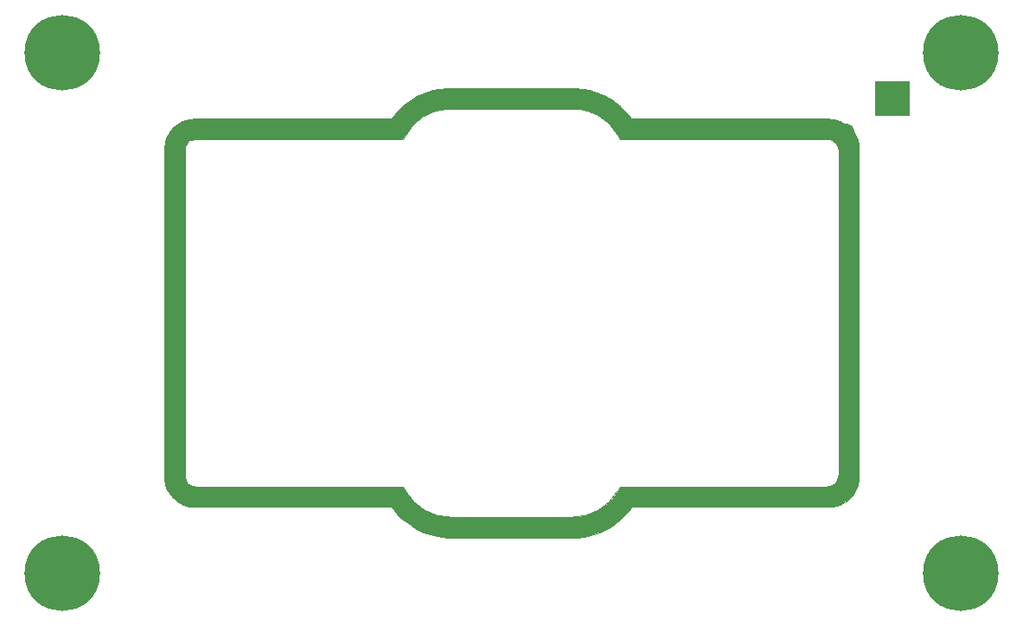
<source format=gbr>
G04 #@! TF.FileFunction,Soldermask,Top*
%FSLAX46Y46*%
G04 Gerber Fmt 4.6, Leading zero omitted, Abs format (unit mm)*
G04 Created by KiCad (PCBNEW 0.201603210401+6634~43~ubuntu14.04.1-product) date Mon 18 Apr 2016 03:28:45 PM CEST*
%MOMM*%
G01*
G04 APERTURE LIST*
%ADD10C,0.100000*%
%ADD11C,7.400000*%
%ADD12C,1.924000*%
%ADD13R,3.399740X3.399740*%
%ADD14C,0.010000*%
G04 APERTURE END LIST*
D10*
X69000000Y-117000000D02*
X89381198Y-117000000D01*
X89381198Y-117000000D02*
X89669873Y-117500000D01*
X94000000Y-120000000D02*
X106000000Y-120000000D01*
X131000000Y-117000000D02*
X110618802Y-117000000D01*
X110618802Y-117000000D02*
X110330127Y-117500000D01*
X131000000Y-83000000D02*
X110618802Y-83000000D01*
X132000000Y-84000000D02*
X132000000Y-116000000D01*
X110618802Y-83000000D02*
X110330127Y-82500000D01*
X69000000Y-83000000D02*
X89381198Y-83000000D01*
X69000000Y-81000000D02*
X88255437Y-81000000D01*
X94000000Y-78000000D02*
X106000000Y-78000000D01*
X131000000Y-81000000D02*
X111744563Y-81000000D01*
X134000000Y-84000000D02*
X134000000Y-116000000D01*
X131000000Y-119000000D02*
X111744563Y-119000000D01*
X94000000Y-122000000D02*
X106000000Y-122000000D01*
X94000000Y-80000000D02*
X106000000Y-80000000D01*
X89381198Y-83000000D02*
X89669873Y-82500000D01*
X68000000Y-84000000D02*
X68000000Y-116000000D01*
X69000000Y-119000000D02*
X88255437Y-119000000D01*
X66000000Y-84000000D02*
X66000000Y-116000000D01*
X132000000Y-116000000D02*
G75*
G02X131000000Y-117000000I-1000000J0D01*
G01*
X110330127Y-117500000D02*
G75*
G02X106000000Y-120000000I-4330127J2500000D01*
G01*
X94000000Y-120000000D02*
G75*
G02X89669873Y-117500000I0J5000000D01*
G01*
X69000000Y-117000000D02*
G75*
G02X68000000Y-116000000I0J1000000D01*
G01*
X66000000Y-84000000D02*
G75*
G02X69000000Y-81000000I3000000J0D01*
G01*
X88258937Y-80994979D02*
G75*
G02X94000000Y-78000000I5741063J-4005021D01*
G01*
X106006121Y-78000003D02*
G75*
G02X111744563Y-81000000I-6121J-6999997D01*
G01*
X131000000Y-81000000D02*
G75*
G02X134000000Y-84000000I0J-3000000D01*
G01*
X68000000Y-84000000D02*
G75*
G02X69000000Y-83000000I1000000J0D01*
G01*
X89669873Y-82500000D02*
G75*
G02X94000000Y-80000000I4330127J-2500000D01*
G01*
X134000000Y-116000000D02*
G75*
G02X131000000Y-119000000I-3000000J0D01*
G01*
X111741063Y-119005021D02*
G75*
G02X106000000Y-122000000I-5741063J4005021D01*
G01*
X93993879Y-121999997D02*
G75*
G02X88255437Y-119000000I6121J6999997D01*
G01*
X69000000Y-119000000D02*
G75*
G02X66000000Y-116000000I0J3000000D01*
G01*
X106000000Y-80000000D02*
G75*
G02X110330127Y-82500000I0J-5000000D01*
G01*
X131000000Y-83000000D02*
G75*
G02X132000000Y-84000000I0J-1000000D01*
G01*
D11*
X144000000Y-74500000D03*
X56000000Y-74500000D03*
X56000000Y-125500000D03*
X144000000Y-125500000D03*
D12*
X132600000Y-82400000D03*
D13*
X137250000Y-79025000D03*
D14*
G36*
X107498935Y-78154915D02*
X108698080Y-78554630D01*
X109697425Y-79054303D01*
X110546763Y-79653835D01*
X110996390Y-80103462D01*
X111496101Y-80653144D01*
X111745931Y-81002906D01*
X111747353Y-81004242D01*
X111750000Y-81005000D01*
X131249643Y-81005000D01*
X131598753Y-81054873D01*
X132397760Y-81354500D01*
X132946849Y-81703921D01*
X133446009Y-82203081D01*
X133795391Y-82802021D01*
X133995000Y-83450752D01*
X133995000Y-116149643D01*
X133895165Y-116848491D01*
X133395892Y-117847036D01*
X132846989Y-118395939D01*
X132098069Y-118795363D01*
X131449248Y-118995000D01*
X111750000Y-118995000D01*
X111748087Y-118995381D01*
X111746464Y-118996464D01*
X111745840Y-118997226D01*
X111546074Y-119296875D01*
X110696614Y-120196303D01*
X109747306Y-120945757D01*
X108548209Y-121545306D01*
X107448948Y-121845104D01*
X106499606Y-121995000D01*
X93750248Y-121995000D01*
X92750968Y-121895072D01*
X91401721Y-121495295D01*
X90602458Y-121145617D01*
X90102927Y-120795946D01*
X89353133Y-120246097D01*
X88953560Y-119896470D01*
X88653943Y-119546917D01*
X88404069Y-119197094D01*
X88404000Y-119197000D01*
X88254000Y-118997000D01*
X88252547Y-118995698D01*
X88250000Y-118995000D01*
X68950222Y-118995000D01*
X68400956Y-118945067D01*
X67901921Y-118795356D01*
X67252922Y-118445895D01*
X66653856Y-117896751D01*
X66204652Y-117197989D01*
X66104879Y-116798899D01*
X66005000Y-116299504D01*
X66005000Y-84000308D01*
X66005038Y-84000000D01*
X67995000Y-84000000D01*
X67995000Y-116050000D01*
X67995149Y-116051213D01*
X68095149Y-116451213D01*
X68095840Y-116452774D01*
X68295840Y-116752774D01*
X68297519Y-116754341D01*
X68647519Y-116954341D01*
X68649293Y-116954950D01*
X68999293Y-117004950D01*
X69000000Y-117005000D01*
X89397076Y-117005000D01*
X89845642Y-117802451D01*
X89846284Y-117803345D01*
X90038897Y-118017360D01*
X90095840Y-118102774D01*
X90096159Y-118103201D01*
X90596159Y-118703201D01*
X90597094Y-118704069D01*
X91016944Y-119003962D01*
X91196799Y-119153841D01*
X91197481Y-119154319D01*
X91797481Y-119504319D01*
X91798271Y-119504692D01*
X92748271Y-119854692D01*
X92749131Y-119854924D01*
X92810724Y-119865794D01*
X92897969Y-119904569D01*
X92899547Y-119904979D01*
X93174332Y-119929959D01*
X93599131Y-120004924D01*
X93600000Y-120005000D01*
X106300000Y-120005000D01*
X106300869Y-120004924D01*
X106543612Y-119962087D01*
X107000620Y-119904961D01*
X107001581Y-119904743D01*
X108201581Y-119504743D01*
X108202670Y-119504227D01*
X108343071Y-119415553D01*
X108601970Y-119304596D01*
X108602906Y-119304069D01*
X109302906Y-118804069D01*
X109303796Y-118803254D01*
X109453597Y-118628486D01*
X109753379Y-118353686D01*
X109754085Y-118352883D01*
X110354085Y-117502883D01*
X110354287Y-117502572D01*
X110652830Y-117005000D01*
X131100000Y-117005000D01*
X131101581Y-117004743D01*
X131401581Y-116904743D01*
X131402773Y-116904160D01*
X131445148Y-116875910D01*
X131501756Y-116854682D01*
X131503123Y-116853904D01*
X131627948Y-116754044D01*
X131702774Y-116704160D01*
X131703536Y-116703536D01*
X131903536Y-116503536D01*
X131904851Y-116501213D01*
X131934641Y-116382052D01*
X131954160Y-116352774D01*
X131954932Y-116350822D01*
X131979899Y-116201023D01*
X132004851Y-116101213D01*
X132005000Y-116100000D01*
X132005000Y-83800000D01*
X132004472Y-83797764D01*
X131904630Y-83598080D01*
X131854743Y-83448419D01*
X131853777Y-83446724D01*
X131853000Y-83446000D01*
X131813944Y-83416708D01*
X131804472Y-83397764D01*
X131803000Y-83396000D01*
X131403000Y-83096000D01*
X131401213Y-83095149D01*
X131151490Y-83032718D01*
X131051756Y-82995318D01*
X131050000Y-82995000D01*
X110603090Y-82995000D01*
X110404472Y-82597764D01*
X110404096Y-82597133D01*
X110124194Y-82197273D01*
X110004287Y-81997428D01*
X110003686Y-81996621D01*
X109919289Y-81904551D01*
X109704096Y-81597133D01*
X109703166Y-81596130D01*
X108603166Y-80696130D01*
X108602031Y-80695431D01*
X108152130Y-80495475D01*
X107752236Y-80295528D01*
X107751213Y-80295149D01*
X106751213Y-80045149D01*
X106750383Y-80045015D01*
X106550760Y-80029659D01*
X106401124Y-79995128D01*
X106400000Y-79995000D01*
X93600000Y-79995000D01*
X93599106Y-79995081D01*
X92499106Y-80195081D01*
X92497969Y-80195431D01*
X91597969Y-80595431D01*
X91597094Y-80595931D01*
X91480744Y-80679037D01*
X91347764Y-80745528D01*
X91346911Y-80746068D01*
X90946999Y-81060285D01*
X90897094Y-81095931D01*
X90896746Y-81096204D01*
X90846835Y-81138985D01*
X90646911Y-81296068D01*
X90646464Y-81296464D01*
X90546592Y-81396336D01*
X90196746Y-81696204D01*
X90195840Y-81697226D01*
X89795840Y-82297226D01*
X89795659Y-82297519D01*
X89695745Y-82472368D01*
X89545840Y-82697226D01*
X89545528Y-82697764D01*
X89396910Y-82995000D01*
X68850000Y-82995000D01*
X68847931Y-82995448D01*
X68730598Y-83048781D01*
X68499019Y-83095097D01*
X68496464Y-83096464D01*
X68388771Y-83204157D01*
X68297931Y-83245448D01*
X68296347Y-83246586D01*
X68295629Y-83247572D01*
X68129057Y-83547401D01*
X68095840Y-83597227D01*
X68095149Y-83598787D01*
X68090764Y-83616331D01*
X68045629Y-83697572D01*
X68045050Y-83699293D01*
X68011754Y-83932369D01*
X67995149Y-83998787D01*
X67995000Y-84000000D01*
X66005038Y-84000000D01*
X66104862Y-83201410D01*
X66504331Y-82352539D01*
X66753706Y-82003414D01*
X67402647Y-81454310D01*
X68351246Y-81054900D01*
X68850248Y-81005000D01*
X88250000Y-81005000D01*
X88251913Y-81004619D01*
X88253870Y-81003166D01*
X88703708Y-80453364D01*
X89503237Y-79653835D01*
X90352622Y-79054269D01*
X91202082Y-78604555D01*
X92101405Y-78254818D01*
X93100652Y-78054969D01*
X93900152Y-78005000D01*
X106099728Y-78005000D01*
X107498935Y-78154915D01*
X107498935Y-78154915D01*
G37*
X107498935Y-78154915D02*
X108698080Y-78554630D01*
X109697425Y-79054303D01*
X110546763Y-79653835D01*
X110996390Y-80103462D01*
X111496101Y-80653144D01*
X111745931Y-81002906D01*
X111747353Y-81004242D01*
X111750000Y-81005000D01*
X131249643Y-81005000D01*
X131598753Y-81054873D01*
X132397760Y-81354500D01*
X132946849Y-81703921D01*
X133446009Y-82203081D01*
X133795391Y-82802021D01*
X133995000Y-83450752D01*
X133995000Y-116149643D01*
X133895165Y-116848491D01*
X133395892Y-117847036D01*
X132846989Y-118395939D01*
X132098069Y-118795363D01*
X131449248Y-118995000D01*
X111750000Y-118995000D01*
X111748087Y-118995381D01*
X111746464Y-118996464D01*
X111745840Y-118997226D01*
X111546074Y-119296875D01*
X110696614Y-120196303D01*
X109747306Y-120945757D01*
X108548209Y-121545306D01*
X107448948Y-121845104D01*
X106499606Y-121995000D01*
X93750248Y-121995000D01*
X92750968Y-121895072D01*
X91401721Y-121495295D01*
X90602458Y-121145617D01*
X90102927Y-120795946D01*
X89353133Y-120246097D01*
X88953560Y-119896470D01*
X88653943Y-119546917D01*
X88404069Y-119197094D01*
X88404000Y-119197000D01*
X88254000Y-118997000D01*
X88252547Y-118995698D01*
X88250000Y-118995000D01*
X68950222Y-118995000D01*
X68400956Y-118945067D01*
X67901921Y-118795356D01*
X67252922Y-118445895D01*
X66653856Y-117896751D01*
X66204652Y-117197989D01*
X66104879Y-116798899D01*
X66005000Y-116299504D01*
X66005000Y-84000308D01*
X66005038Y-84000000D01*
X67995000Y-84000000D01*
X67995000Y-116050000D01*
X67995149Y-116051213D01*
X68095149Y-116451213D01*
X68095840Y-116452774D01*
X68295840Y-116752774D01*
X68297519Y-116754341D01*
X68647519Y-116954341D01*
X68649293Y-116954950D01*
X68999293Y-117004950D01*
X69000000Y-117005000D01*
X89397076Y-117005000D01*
X89845642Y-117802451D01*
X89846284Y-117803345D01*
X90038897Y-118017360D01*
X90095840Y-118102774D01*
X90096159Y-118103201D01*
X90596159Y-118703201D01*
X90597094Y-118704069D01*
X91016944Y-119003962D01*
X91196799Y-119153841D01*
X91197481Y-119154319D01*
X91797481Y-119504319D01*
X91798271Y-119504692D01*
X92748271Y-119854692D01*
X92749131Y-119854924D01*
X92810724Y-119865794D01*
X92897969Y-119904569D01*
X92899547Y-119904979D01*
X93174332Y-119929959D01*
X93599131Y-120004924D01*
X93600000Y-120005000D01*
X106300000Y-120005000D01*
X106300869Y-120004924D01*
X106543612Y-119962087D01*
X107000620Y-119904961D01*
X107001581Y-119904743D01*
X108201581Y-119504743D01*
X108202670Y-119504227D01*
X108343071Y-119415553D01*
X108601970Y-119304596D01*
X108602906Y-119304069D01*
X109302906Y-118804069D01*
X109303796Y-118803254D01*
X109453597Y-118628486D01*
X109753379Y-118353686D01*
X109754085Y-118352883D01*
X110354085Y-117502883D01*
X110354287Y-117502572D01*
X110652830Y-117005000D01*
X131100000Y-117005000D01*
X131101581Y-117004743D01*
X131401581Y-116904743D01*
X131402773Y-116904160D01*
X131445148Y-116875910D01*
X131501756Y-116854682D01*
X131503123Y-116853904D01*
X131627948Y-116754044D01*
X131702774Y-116704160D01*
X131703536Y-116703536D01*
X131903536Y-116503536D01*
X131904851Y-116501213D01*
X131934641Y-116382052D01*
X131954160Y-116352774D01*
X131954932Y-116350822D01*
X131979899Y-116201023D01*
X132004851Y-116101213D01*
X132005000Y-116100000D01*
X132005000Y-83800000D01*
X132004472Y-83797764D01*
X131904630Y-83598080D01*
X131854743Y-83448419D01*
X131853777Y-83446724D01*
X131853000Y-83446000D01*
X131813944Y-83416708D01*
X131804472Y-83397764D01*
X131803000Y-83396000D01*
X131403000Y-83096000D01*
X131401213Y-83095149D01*
X131151490Y-83032718D01*
X131051756Y-82995318D01*
X131050000Y-82995000D01*
X110603090Y-82995000D01*
X110404472Y-82597764D01*
X110404096Y-82597133D01*
X110124194Y-82197273D01*
X110004287Y-81997428D01*
X110003686Y-81996621D01*
X109919289Y-81904551D01*
X109704096Y-81597133D01*
X109703166Y-81596130D01*
X108603166Y-80696130D01*
X108602031Y-80695431D01*
X108152130Y-80495475D01*
X107752236Y-80295528D01*
X107751213Y-80295149D01*
X106751213Y-80045149D01*
X106750383Y-80045015D01*
X106550760Y-80029659D01*
X106401124Y-79995128D01*
X106400000Y-79995000D01*
X93600000Y-79995000D01*
X93599106Y-79995081D01*
X92499106Y-80195081D01*
X92497969Y-80195431D01*
X91597969Y-80595431D01*
X91597094Y-80595931D01*
X91480744Y-80679037D01*
X91347764Y-80745528D01*
X91346911Y-80746068D01*
X90946999Y-81060285D01*
X90897094Y-81095931D01*
X90896746Y-81096204D01*
X90846835Y-81138985D01*
X90646911Y-81296068D01*
X90646464Y-81296464D01*
X90546592Y-81396336D01*
X90196746Y-81696204D01*
X90195840Y-81697226D01*
X89795840Y-82297226D01*
X89795659Y-82297519D01*
X89695745Y-82472368D01*
X89545840Y-82697226D01*
X89545528Y-82697764D01*
X89396910Y-82995000D01*
X68850000Y-82995000D01*
X68847931Y-82995448D01*
X68730598Y-83048781D01*
X68499019Y-83095097D01*
X68496464Y-83096464D01*
X68388771Y-83204157D01*
X68297931Y-83245448D01*
X68296347Y-83246586D01*
X68295629Y-83247572D01*
X68129057Y-83547401D01*
X68095840Y-83597227D01*
X68095149Y-83598787D01*
X68090764Y-83616331D01*
X68045629Y-83697572D01*
X68045050Y-83699293D01*
X68011754Y-83932369D01*
X67995149Y-83998787D01*
X67995000Y-84000000D01*
X66005038Y-84000000D01*
X66104862Y-83201410D01*
X66504331Y-82352539D01*
X66753706Y-82003414D01*
X67402647Y-81454310D01*
X68351246Y-81054900D01*
X68850248Y-81005000D01*
X88250000Y-81005000D01*
X88251913Y-81004619D01*
X88253870Y-81003166D01*
X88703708Y-80453364D01*
X89503237Y-79653835D01*
X90352622Y-79054269D01*
X91202082Y-78604555D01*
X92101405Y-78254818D01*
X93100652Y-78054969D01*
X93900152Y-78005000D01*
X106099728Y-78005000D01*
X107498935Y-78154915D01*
M02*

</source>
